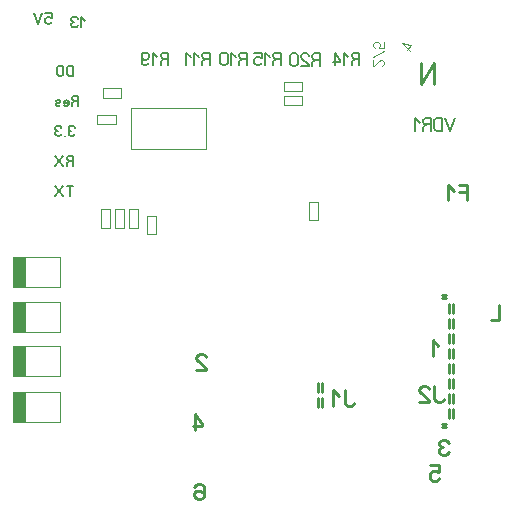
<source format=gbr>
%FSLAX32Y32*%
%MOMM*%
%LNBESTUECKUNG1*%
G71*
G01*
%ADD10C, 0.24*%
%ADD11C, 0.22*%
%ADD12C, 0.13*%
%ADD13C, 0.16*%
%ADD14C, 0.11*%
%ADD15C, 0.10*%
%LPD*%
G54D10*
X7394Y5742D02*
X7394Y5875D01*
X7324Y5875D01*
G54D10*
X7394Y5809D02*
X7324Y5809D01*
G54D10*
X7278Y5825D02*
X7228Y5875D01*
X7228Y5742D01*
G54D11*
X7111Y6724D02*
X7111Y6902D01*
X7004Y6724D01*
X7004Y6902D01*
G54D12*
X7286Y6438D02*
X7246Y6331D01*
X7206Y6438D01*
G54D12*
X7177Y6331D02*
X7177Y6438D01*
X7137Y6438D01*
X7121Y6431D01*
X7113Y6418D01*
X7113Y6351D01*
X7121Y6338D01*
X7137Y6331D01*
X7177Y6331D01*
G54D12*
X7052Y6385D02*
X7028Y6371D01*
X7020Y6358D01*
X7020Y6331D01*
G54D12*
X7084Y6331D02*
X7084Y6438D01*
X7044Y6438D01*
X7028Y6431D01*
X7020Y6418D01*
X7020Y6405D01*
X7028Y6391D01*
X7044Y6385D01*
X7084Y6385D01*
G54D12*
X6991Y6398D02*
X6951Y6438D01*
X6951Y6331D01*
G54D13*
X4031Y5777D02*
X4031Y5866D01*
G54D13*
X4058Y5866D02*
X4004Y5866D01*
G54D13*
X3974Y5866D02*
X3907Y5777D01*
G54D13*
X3974Y5777D02*
X3907Y5866D01*
G54D13*
X4031Y6076D02*
X4011Y6065D01*
X4004Y6054D01*
X4004Y6032D01*
G54D13*
X4058Y6032D02*
X4058Y6121D01*
X4024Y6121D01*
X4011Y6115D01*
X4004Y6104D01*
X4004Y6093D01*
X4011Y6082D01*
X4024Y6076D01*
X4058Y6076D01*
G54D13*
X3974Y6121D02*
X3907Y6032D01*
G54D13*
X3974Y6032D02*
X3907Y6121D01*
G54D13*
X4073Y6358D02*
X4066Y6369D01*
X4053Y6375D01*
X4040Y6375D01*
X4026Y6369D01*
X4020Y6358D01*
X4020Y6347D01*
X4026Y6336D01*
X4040Y6330D01*
X4026Y6325D01*
X4020Y6313D01*
X4020Y6302D01*
X4026Y6291D01*
X4040Y6286D01*
X4053Y6286D01*
X4066Y6291D01*
X4073Y6302D01*
G54D13*
X3989Y6286D02*
X3989Y6286D01*
G54D13*
X3958Y6358D02*
X3951Y6369D01*
X3938Y6375D01*
X3925Y6375D01*
X3911Y6369D01*
X3905Y6358D01*
X3905Y6347D01*
X3911Y6336D01*
X3925Y6330D01*
X3911Y6325D01*
X3905Y6313D01*
X3905Y6302D01*
X3911Y6291D01*
X3925Y6286D01*
X3938Y6286D01*
X3951Y6291D01*
X3958Y6302D01*
G54D14*
X6599Y6931D02*
X6599Y6878D01*
X6605Y6878D01*
X6616Y6884D01*
X6649Y6924D01*
X6660Y6931D01*
X6671Y6931D01*
X6682Y6924D01*
X6688Y6911D01*
X6688Y6898D01*
X6682Y6884D01*
X6671Y6878D01*
G54D14*
X6599Y6955D02*
X6688Y7008D01*
G54D14*
X6688Y7085D02*
X6688Y7032D01*
X6649Y7032D01*
X6649Y7038D01*
X6655Y7052D01*
X6655Y7065D01*
X6649Y7078D01*
X6638Y7085D01*
X6616Y7085D01*
X6605Y7078D01*
X6599Y7065D01*
X6599Y7052D01*
X6605Y7038D01*
X6616Y7032D01*
G54D14*
X6905Y7009D02*
X6842Y7072D01*
X6910Y7061D01*
X6917Y7053D01*
X6880Y7015D01*
G54D13*
X4076Y6584D02*
X4056Y6573D01*
X4049Y6562D01*
X4049Y6540D01*
G54D13*
X4102Y6540D02*
X4102Y6629D01*
X4069Y6629D01*
X4056Y6623D01*
X4049Y6612D01*
X4049Y6601D01*
X4056Y6590D01*
X4069Y6584D01*
X4102Y6584D01*
G54D13*
X3978Y6545D02*
X3989Y6540D01*
X4002Y6540D01*
X4016Y6545D01*
X4018Y6556D01*
X4018Y6575D01*
X4012Y6586D01*
X3998Y6590D01*
X3985Y6586D01*
X3978Y6579D01*
X3978Y6567D01*
X4018Y6567D01*
G54D13*
X3948Y6545D02*
X3934Y6540D01*
X3921Y6540D01*
X3908Y6545D01*
X3908Y6556D01*
X3914Y6562D01*
X3941Y6567D01*
X3948Y6573D01*
X3948Y6584D01*
X3934Y6590D01*
X3921Y6590D01*
X3908Y6584D01*
G54D13*
X4057Y6794D02*
X4057Y6883D01*
X4024Y6883D01*
X4011Y6877D01*
X4004Y6866D01*
X4004Y6810D01*
X4011Y6799D01*
X4024Y6794D01*
X4057Y6794D01*
G54D13*
X3920Y6866D02*
X3920Y6810D01*
X3927Y6799D01*
X3940Y6794D01*
X3953Y6794D01*
X3967Y6799D01*
X3973Y6810D01*
X3973Y6866D01*
X3967Y6877D01*
X3953Y6883D01*
X3940Y6883D01*
X3927Y6877D01*
X3920Y6866D01*
G54D15*
X4416Y6389D02*
X4416Y6467D01*
X4260Y6467D01*
X4260Y6389D01*
X4416Y6389D01*
G54D13*
X4158Y7262D02*
X4125Y7295D01*
X4125Y7206D01*
G54D13*
X4094Y7279D02*
X4088Y7290D01*
X4074Y7295D01*
X4061Y7295D01*
X4048Y7290D01*
X4041Y7279D01*
X4041Y7267D01*
X4048Y7256D01*
X4061Y7251D01*
X4048Y7245D01*
X4041Y7234D01*
X4041Y7223D01*
X4048Y7212D01*
X4061Y7206D01*
X4074Y7206D01*
X4088Y7212D01*
X4094Y7223D01*
G54D13*
X3821Y7327D02*
X3874Y7327D01*
X3874Y7288D01*
X3867Y7288D01*
X3854Y7294D01*
X3841Y7294D01*
X3827Y7288D01*
X3821Y7277D01*
X3821Y7255D01*
X3827Y7244D01*
X3841Y7238D01*
X3854Y7238D01*
X3867Y7244D01*
X3874Y7255D01*
G54D13*
X3790Y7327D02*
X3757Y7238D01*
X3723Y7327D01*
G54D12*
X5183Y6940D02*
X5159Y6927D01*
X5151Y6913D01*
X5151Y6887D01*
G54D12*
X5215Y6887D02*
X5215Y6993D01*
X5175Y6993D01*
X5159Y6987D01*
X5151Y6973D01*
X5151Y6960D01*
X5159Y6947D01*
X5175Y6940D01*
X5215Y6940D01*
G54D12*
X5122Y6953D02*
X5082Y6993D01*
X5082Y6887D01*
G54D12*
X5053Y6953D02*
X5013Y6993D01*
X5013Y6887D01*
G54D12*
X5496Y6940D02*
X5472Y6927D01*
X5464Y6913D01*
X5464Y6887D01*
G54D12*
X5528Y6887D02*
X5528Y6993D01*
X5488Y6993D01*
X5472Y6987D01*
X5464Y6973D01*
X5464Y6960D01*
X5472Y6947D01*
X5488Y6940D01*
X5528Y6940D01*
G54D12*
X5435Y6953D02*
X5395Y6993D01*
X5395Y6887D01*
G54D12*
X5302Y6973D02*
X5302Y6907D01*
X5310Y6893D01*
X5326Y6887D01*
X5342Y6887D01*
X5358Y6893D01*
X5366Y6907D01*
X5366Y6973D01*
X5358Y6987D01*
X5342Y6993D01*
X5326Y6993D01*
X5310Y6987D01*
X5302Y6973D01*
G54D12*
X5782Y6940D02*
X5758Y6927D01*
X5750Y6913D01*
X5750Y6887D01*
G54D12*
X5814Y6887D02*
X5814Y6993D01*
X5774Y6993D01*
X5758Y6987D01*
X5750Y6973D01*
X5750Y6960D01*
X5758Y6947D01*
X5774Y6940D01*
X5814Y6940D01*
G54D12*
X5721Y6953D02*
X5681Y6993D01*
X5681Y6887D01*
G54D12*
X5588Y6993D02*
X5652Y6993D01*
X5652Y6947D01*
X5644Y6947D01*
X5628Y6953D01*
X5612Y6953D01*
X5596Y6947D01*
X5588Y6933D01*
X5588Y6907D01*
X5596Y6893D01*
X5612Y6887D01*
X5628Y6887D01*
X5644Y6893D01*
X5652Y6907D01*
G54D12*
X4830Y6940D02*
X4806Y6927D01*
X4798Y6913D01*
X4798Y6887D01*
G54D12*
X4862Y6887D02*
X4862Y6993D01*
X4822Y6993D01*
X4806Y6987D01*
X4798Y6973D01*
X4798Y6960D01*
X4806Y6947D01*
X4822Y6940D01*
X4862Y6940D01*
G54D12*
X4769Y6953D02*
X4729Y6993D01*
X4729Y6887D01*
G54D12*
X4700Y6907D02*
X4692Y6893D01*
X4676Y6887D01*
X4660Y6887D01*
X4644Y6893D01*
X4636Y6907D01*
X4636Y6940D01*
X4636Y6947D01*
X4660Y6933D01*
X4676Y6933D01*
X4692Y6940D01*
X4700Y6953D01*
X4700Y6973D01*
X4692Y6987D01*
X4676Y6993D01*
X4660Y6993D01*
X4644Y6987D01*
X4636Y6973D01*
X4636Y6940D01*
G54D12*
X6449Y6940D02*
X6425Y6927D01*
X6417Y6913D01*
X6417Y6887D01*
G54D12*
X6481Y6887D02*
X6481Y6993D01*
X6441Y6993D01*
X6425Y6987D01*
X6417Y6973D01*
X6417Y6960D01*
X6425Y6947D01*
X6441Y6940D01*
X6481Y6940D01*
G54D12*
X6388Y6953D02*
X6348Y6993D01*
X6348Y6887D01*
G54D12*
X6271Y6887D02*
X6271Y6993D01*
X6319Y6927D01*
X6319Y6913D01*
X6255Y6913D01*
G54D15*
X5183Y6175D02*
X5183Y6524D01*
X4548Y6524D01*
X4548Y6175D01*
X5183Y6175D01*
G54D15*
X4464Y6611D02*
X4464Y6689D01*
X4308Y6689D01*
X4308Y6611D01*
X4464Y6611D01*
G54D15*
X6053Y5729D02*
X6131Y5729D01*
X6131Y5573D01*
X6053Y5573D01*
X6053Y5729D01*
G54D15*
X4291Y5665D02*
X4369Y5665D01*
X4369Y5509D01*
X4291Y5509D01*
X4291Y5665D01*
G54D15*
X4410Y5665D02*
X4488Y5665D01*
X4488Y5509D01*
X4410Y5509D01*
X4410Y5665D01*
G54D15*
X4529Y5665D02*
X4607Y5665D01*
X4607Y5509D01*
X4529Y5509D01*
X4529Y5665D01*
G54D10*
X7663Y4859D02*
X7663Y4726D01*
X7593Y4726D01*
G54D10*
X7150Y4508D02*
X7100Y4558D01*
X7100Y4424D01*
G54D10*
X5100Y4305D02*
X5180Y4305D01*
X5180Y4314D01*
X5170Y4330D01*
X5110Y4380D01*
X5100Y4397D01*
X5100Y4414D01*
X5110Y4430D01*
X5130Y4439D01*
X5150Y4439D01*
X5170Y4430D01*
X5180Y4414D01*
G54D10*
X7236Y3691D02*
X7226Y3708D01*
X7206Y3716D01*
X7186Y3716D01*
X7166Y3708D01*
X7156Y3691D01*
X7156Y3675D01*
X7166Y3658D01*
X7186Y3650D01*
X7166Y3641D01*
X7156Y3625D01*
X7156Y3608D01*
X7166Y3591D01*
X7186Y3583D01*
X7206Y3583D01*
X7226Y3591D01*
X7236Y3608D01*
G54D10*
X5088Y3797D02*
X5088Y3931D01*
X5148Y3847D01*
X5148Y3831D01*
X5068Y3831D01*
G54D12*
X6111Y6932D02*
X6087Y6919D01*
X6079Y6905D01*
X6079Y6879D01*
G54D12*
X6143Y6879D02*
X6143Y6985D01*
X6103Y6985D01*
X6087Y6979D01*
X6079Y6965D01*
X6079Y6952D01*
X6087Y6939D01*
X6103Y6932D01*
X6143Y6932D01*
G54D12*
X5986Y6879D02*
X6050Y6879D01*
X6050Y6885D01*
X6042Y6899D01*
X5994Y6939D01*
X5986Y6952D01*
X5986Y6965D01*
X5994Y6979D01*
X6010Y6985D01*
X6026Y6985D01*
X6042Y6979D01*
X6050Y6965D01*
G54D12*
X5893Y6965D02*
X5893Y6899D01*
X5901Y6885D01*
X5917Y6879D01*
X5933Y6879D01*
X5949Y6885D01*
X5957Y6899D01*
X5957Y6965D01*
X5949Y6979D01*
X5933Y6985D01*
X5917Y6985D01*
X5901Y6979D01*
X5893Y6965D01*
G54D15*
X5839Y6667D02*
X5839Y6745D01*
X5995Y6745D01*
X5995Y6667D01*
X5839Y6667D01*
G54D15*
X5839Y6548D02*
X5839Y6626D01*
X5995Y6626D01*
X5995Y6548D01*
X5839Y6548D01*
G54D10*
X5084Y3318D02*
X5094Y3335D01*
X5114Y3343D01*
X5134Y3343D01*
X5154Y3335D01*
X5164Y3318D01*
X5164Y3277D01*
X5164Y3268D01*
X5134Y3285D01*
X5114Y3285D01*
X5094Y3277D01*
X5084Y3260D01*
X5084Y3235D01*
X5094Y3218D01*
X5114Y3210D01*
X5134Y3210D01*
X5154Y3218D01*
X5164Y3235D01*
X5164Y3277D01*
G54D10*
X7076Y3502D02*
X7156Y3502D01*
X7156Y3444D01*
X7146Y3444D01*
X7126Y3452D01*
X7106Y3452D01*
X7086Y3444D01*
X7076Y3427D01*
X7076Y3394D01*
X7086Y3377D01*
X7106Y3369D01*
X7126Y3369D01*
X7146Y3377D01*
X7156Y3394D01*
G54D10*
X6165Y4195D02*
X6165Y4115D01*
G54D10*
X6132Y4195D02*
X6132Y4115D01*
G54D10*
X6165Y4068D02*
X6165Y3988D01*
G54D10*
X6132Y4068D02*
X6132Y3988D01*
G54D10*
X6356Y4137D02*
X6356Y4029D01*
X6366Y4012D01*
X6386Y4004D01*
X6406Y4004D01*
X6426Y4012D01*
X6436Y4029D01*
G54D10*
X6309Y4087D02*
X6259Y4137D01*
X6259Y4004D01*
G54D10*
X7116Y4169D02*
X7116Y4060D01*
X7126Y4044D01*
X7146Y4035D01*
X7166Y4035D01*
X7186Y4044D01*
X7196Y4060D01*
G54D10*
X6989Y4035D02*
X7069Y4035D01*
X7069Y4044D01*
X7059Y4060D01*
X6999Y4110D01*
X6989Y4127D01*
X6989Y4144D01*
X6999Y4160D01*
X7019Y4169D01*
X7039Y4169D01*
X7059Y4160D01*
X7069Y4144D01*
G54D10*
X7180Y3821D02*
X7213Y3821D01*
G54D10*
X7180Y3851D02*
X7213Y3851D01*
G54D10*
X7238Y3898D02*
X7238Y3978D01*
G54D10*
X7271Y3898D02*
X7271Y3978D01*
G54D10*
X7238Y4025D02*
X7238Y4105D01*
G54D10*
X7271Y4025D02*
X7271Y4105D01*
G54D10*
X7238Y4152D02*
X7238Y4232D01*
G54D10*
X7271Y4152D02*
X7271Y4232D01*
G54D10*
X7238Y4279D02*
X7238Y4359D01*
G54D10*
X7271Y4279D02*
X7271Y4359D01*
G54D10*
X7238Y4406D02*
X7238Y4486D01*
G54D10*
X7271Y4406D02*
X7271Y4486D01*
G54D10*
X7238Y4533D02*
X7238Y4613D01*
G54D10*
X7271Y4533D02*
X7271Y4613D01*
G54D10*
X7238Y4660D02*
X7238Y4740D01*
G54D10*
X7271Y4660D02*
X7271Y4740D01*
G54D10*
X7238Y4787D02*
X7238Y4867D01*
G54D10*
X7271Y4787D02*
X7271Y4867D01*
G54D10*
X7180Y4914D02*
X7213Y4914D01*
G54D10*
X7180Y4944D02*
X7213Y4944D01*
G54D15*
X3546Y5259D02*
X3946Y5259D01*
X3946Y5009D01*
X3546Y5009D01*
X3546Y5259D01*
G36*
X3546Y5259D02*
X3546Y5009D01*
X3646Y5009D01*
X3646Y5259D01*
X3546Y5259D01*
G37*
G54D15*
X3546Y5259D02*
X3546Y5009D01*
X3646Y5009D01*
X3646Y5259D01*
X3546Y5259D01*
G54D15*
X3546Y4878D02*
X3946Y4878D01*
X3946Y4628D01*
X3546Y4628D01*
X3546Y4878D01*
G36*
X3546Y4878D02*
X3546Y4628D01*
X3646Y4628D01*
X3646Y4878D01*
X3546Y4878D01*
G37*
G54D15*
X3546Y4878D02*
X3546Y4628D01*
X3646Y4628D01*
X3646Y4878D01*
X3546Y4878D01*
G54D15*
X3546Y4505D02*
X3946Y4505D01*
X3946Y4255D01*
X3546Y4255D01*
X3546Y4505D01*
G36*
X3546Y4505D02*
X3546Y4255D01*
X3646Y4255D01*
X3646Y4505D01*
X3546Y4505D01*
G37*
G54D15*
X3546Y4505D02*
X3546Y4255D01*
X3646Y4255D01*
X3646Y4505D01*
X3546Y4505D01*
G54D15*
X3546Y4116D02*
X3946Y4116D01*
X3946Y3866D01*
X3546Y3866D01*
X3546Y4116D01*
G36*
X3546Y4116D02*
X3546Y3866D01*
X3646Y3866D01*
X3646Y4116D01*
X3546Y4116D01*
G37*
G54D15*
X3546Y4116D02*
X3546Y3866D01*
X3646Y3866D01*
X3646Y4116D01*
X3546Y4116D01*
G54D15*
X4680Y5453D02*
X4758Y5453D01*
X4758Y5609D01*
X4680Y5609D01*
X4680Y5453D01*
M02*

</source>
